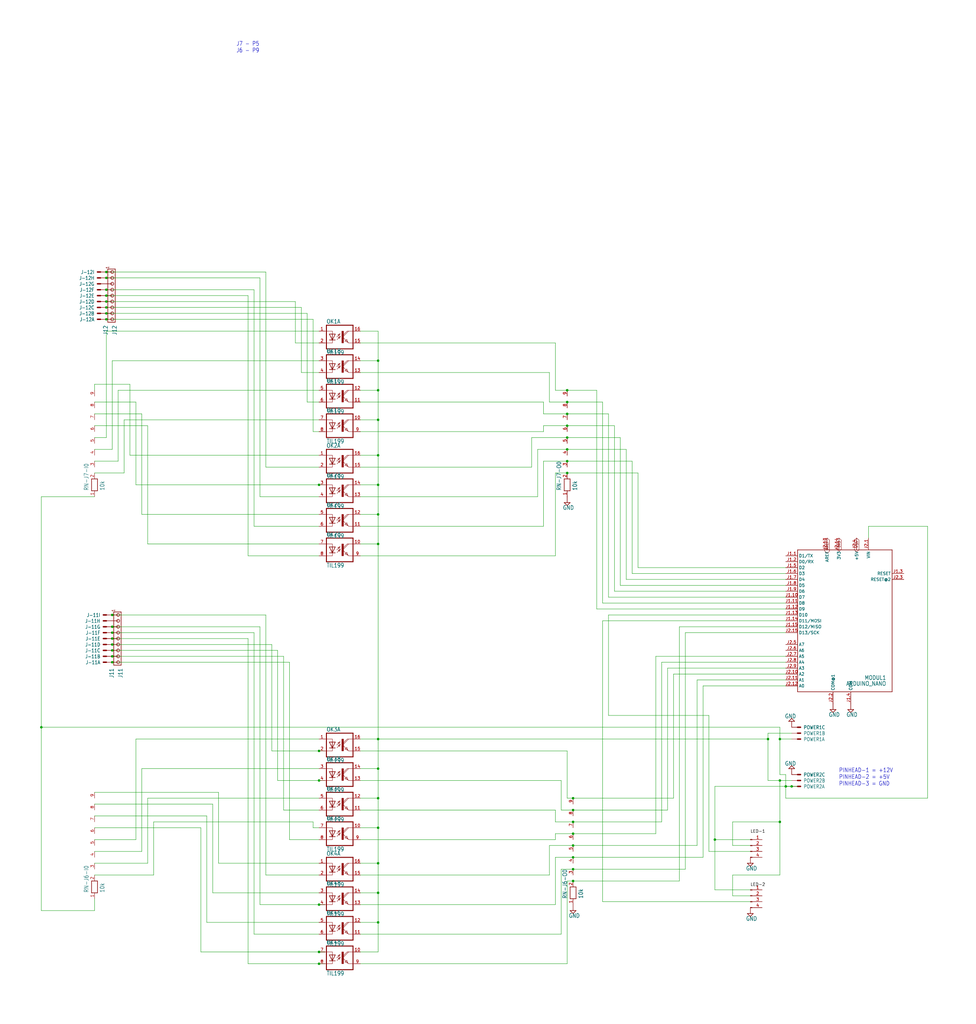
<source format=kicad_sch>
(kicad_sch (version 20231120) (generator "eeschema") (generator_version "8.0")
  (paper "User" 419.633 439.953)
  (lib_symbols
    (symbol "Connector:Conn_01x04_Pin" (pin_names (offset 1.016) hide)
      (property "Reference" "J" (at 0 5.08 0))
      (property "Value" "Conn_01x04_Pin" (at 0 -7.62 0))
      (symbol "Conn_01x04_Pin_1_1"
        (pin passive line (at 5.08 2.54 180) (length 3.81) (name "Pin_1") (number "1"))
        (pin passive line (at 5.08 0 180) (length 3.81) (name "Pin_2") (number "2"))
        (pin passive line (at 5.08 -2.54 180) (length 3.81) (name "Pin_3") (number "3"))
        (pin passive line (at 5.08 -5.08 180) (length 3.81) (name "Pin_4") (number "4"))
      )
    )
    (symbol "Pinduino-Nano-Sys11a-eagle-import:22-23-2031"
      (property "Reference" "X" (at 2.54 -0.762 0))
      (symbol "22-23-2031_1_0"
        (pin passive line (at -2.54 0 0) (length 2.54) (name "S") (number "1"))
      )
      (symbol "22-23-2031_2_0"
        (pin passive line (at -2.54 0 0) (length 2.54) (name "S") (number "2"))
      )
      (symbol "22-23-2031_3_0"
        (pin passive line (at -2.54 0 0) (length 2.54) (name "S") (number "3"))
      )
    )
    (symbol "Pinduino-Nano-Sys11a-eagle-import:ARDUINO_NANO2"
      (property "Reference" "MODUL" (at -17.78 -25.4 0))
      (symbol "ARDUINO_NANO2_1_0"
        (pin bidirectional line (at 25.4 27.94 180) (length 5.08) (name "D1/TX") (number "J1.1"))
        (pin bidirectional line (at 25.4 10.16 180) (length 5.08) (name "D7") (number "J1.10"))
        (pin bidirectional line (at 25.4 7.62 180) (length 5.08) (name "D8") (number "J1.11"))
        (pin bidirectional line (at 25.4 5.08 180) (length 5.08) (name "D9") (number "J1.12"))
        (pin bidirectional line (at 25.4 2.54 180) (length 5.08) (name "D10") (number "J1.13"))
        (pin bidirectional line (at 25.4 0 180) (length 5.08) (name "D11/MOSI") (number "J1.14"))
        (pin bidirectional line (at 25.4 -2.54 180) (length 5.08) (name "D12/MISO") (number "J1.15"))
        (pin bidirectional line (at 25.4 25.4 180) (length 5.08) (name "D0/RX") (number "J1.2"))
        (pin bidirectional line (at -25.4 20.32 0) (length 5.08) (name "RESET") (number "J1.3"))
        (pin power_in line (at -2.54 -35.56 90) (length 5.08) (name "COM") (number "J1.4"))
        (pin bidirectional line (at 25.4 22.86 180) (length 5.08) (name "D2") (number "J1.5"))
        (pin bidirectional line (at 25.4 20.32 180) (length 5.08) (name "D3") (number "J1.6"))
        (pin bidirectional line (at 25.4 17.78 180) (length 5.08) (name "D4") (number "J1.7"))
        (pin bidirectional line (at 25.4 15.24 180) (length 5.08) (name "D5") (number "J1.8"))
        (pin bidirectional line (at 25.4 12.7 180) (length 5.08) (name "D6") (number "J1.9"))
        (pin power_in line (at -10.16 35.56 270) (length 5.08) (name "VIN") (number "J2.1"))
        (pin bidirectional line (at 25.4 -22.86 180) (length 5.08) (name "A2") (number "J2.10"))
        (pin bidirectional line (at 25.4 -25.4 180) (length 5.08) (name "A1") (number "J2.11"))
        (pin bidirectional line (at 25.4 -27.94 180) (length 5.08) (name "A0") (number "J2.12"))
        (pin power_in line (at 7.62 35.56 270) (length 5.08) (name "AREF") (number "J2.13"))
        (pin power_in line (at 2.54 35.56 270) (length 5.08) (name "3V3") (number "J2.14"))
        (pin bidirectional line (at 25.4 -5.08 180) (length 5.08) (name "D13/SCK") (number "J2.15"))
        (pin power_in line (at 5.08 -35.56 90) (length 5.08) (name "COM@1") (number "J2.2"))
        (pin bidirectional line (at -25.4 17.78 0) (length 5.08) (name "RESET@2") (number "J2.3"))
        (pin power_in line (at -5.08 35.56 270) (length 5.08) (name "+5V") (number "J2.4"))
        (pin bidirectional line (at 25.4 -10.16 180) (length 5.08) (name "A7") (number "J2.5"))
        (pin bidirectional line (at 25.4 -12.7 180) (length 5.08) (name "A6") (number "J2.6"))
        (pin bidirectional line (at 25.4 -15.24 180) (length 5.08) (name "A5") (number "J2.7"))
        (pin bidirectional line (at 25.4 -17.78 180) (length 5.08) (name "A4") (number "J2.8"))
        (pin bidirectional line (at 25.4 -20.32 180) (length 5.08) (name "A3") (number "J2.9"))
      )
    )
    (symbol "Pinduino-Nano-Sys11a-eagle-import:GND" (power)
      (symbol "GND_1_0"
        (pin power_in line (at 0 2.54 270) (length 2.54) (name "GND") (number "1"))
      )
    )
    (symbol "Pinduino-Nano-Sys11a-eagle-import:KK-156-9"
      (property "Reference" "X" (at 2.54 -0.762 0))
      (symbol "KK-156-9_1_0"
        (pin passive line (at -2.54 0 0) (length 2.54) (name "S") (number "1"))
      )
      (symbol "KK-156-9_2_0"
        (pin passive line (at -2.54 0 0) (length 2.54) (name "S") (number "2"))
      )
      (symbol "KK-156-9_3_0"
        (pin passive line (at -2.54 0 0) (length 2.54) (name "S") (number "3"))
      )
      (symbol "KK-156-9_4_0"
        (pin passive line (at -2.54 0 0) (length 2.54) (name "S") (number "4"))
      )
      (symbol "KK-156-9_5_0"
        (pin passive line (at -2.54 0 0) (length 2.54) (name "S") (number "5"))
      )
      (symbol "KK-156-9_6_0"
        (pin passive line (at -2.54 0 0) (length 2.54) (name "S") (number "6"))
      )
      (symbol "KK-156-9_7_0"
        (pin passive line (at -2.54 0 0) (length 2.54) (name "S") (number "7"))
      )
      (symbol "KK-156-9_8_0"
        (pin passive line (at -2.54 0 0) (length 2.54) (name "S") (number "8"))
      )
      (symbol "KK-156-9_9_0"
        (pin passive line (at -2.54 0 0) (length 2.54) (name "S") (number "9"))
      )
    )
    (symbol "Pinduino-Nano-Sys11a-eagle-import:MTA09-156"
      (property "Reference" "J" (at 22.86 0 0))
      (symbol "MTA09-156_1_0"
        (text "1" (at -2.54 -1.27 0) (effects (font (size 1.27 1.0795)) (justify left bottom)))
        (pin passive line (at 0 -2.54 90) (length 2.54) (name "1") (number "1"))
        (pin passive line (at 2.54 -2.54 90) (length 2.54) (name "2") (number "2"))
        (pin passive line (at 5.08 -2.54 90) (length 2.54) (name "3") (number "3"))
        (pin passive line (at 7.62 -2.54 90) (length 2.54) (name "4") (number "4"))
        (pin passive line (at 10.16 -2.54 90) (length 2.54) (name "5") (number "5"))
        (pin passive line (at 12.7 -2.54 90) (length 2.54) (name "6") (number "6"))
        (pin passive line (at 15.24 -2.54 90) (length 2.54) (name "7") (number "7"))
        (pin passive line (at 17.78 -2.54 90) (length 2.54) (name "8") (number "8"))
        (pin passive line (at 20.32 -2.54 90) (length 2.54) (name "9") (number "9"))
      )
    )
    (symbol "Pinduino-Nano-Sys11a-eagle-import:RN08"
      (property "Reference" "RN" (at -2.54 2.54 0))
      (symbol "RN08_1_0"
        (pin passive line (at -5.08 0 0) (length 2.54) (name "1") (number "1"))
        (pin passive line (at 5.08 0 180) (length 2.54) (name "2") (number "2"))
        (pin passive line (at 10.16 0 180) (length 2.54) (name "3") (number "3"))
        (pin passive line (at 15.24 0 180) (length 2.54) (name "4") (number "4"))
        (pin passive line (at 20.32 0 180) (length 2.54) (name "5") (number "5"))
        (pin passive line (at 25.4 0 180) (length 2.54) (name "6") (number "6"))
        (pin passive line (at 30.48 0 180) (length 2.54) (name "7") (number "7"))
        (pin passive line (at 35.56 0 180) (length 2.54) (name "8") (number "8"))
        (pin passive line (at 40.64 0 180) (length 2.54) (name "9") (number "9"))
      )
    )
    (symbol "Pinduino-Nano-Sys11a-eagle-import:TIL199"
      (property "Reference" "OK" (at -6.985 5.715 0))
      (symbol "TIL199_1_0"
        (pin passive line (at -10.16 2.54 0) (length 2.54) (name "A") (number "1"))
        (pin passive line (at 7.62 -2.54 180) (length 2.54) (name "EMI") (number "15"))
        (pin passive line (at 7.62 2.54 180) (length 2.54) (name "COL") (number "16"))
        (pin passive line (at -10.16 -2.54 0) (length 2.54) (name "C") (number "2"))
      )
      (symbol "TIL199_2_0"
        (pin passive line (at 7.62 -2.54 180) (length 2.54) (name "EMI") (number "13"))
        (pin passive line (at 7.62 2.54 180) (length 2.54) (name "COL") (number "14"))
        (pin passive line (at -10.16 2.54 0) (length 2.54) (name "A") (number "3"))
        (pin passive line (at -10.16 -2.54 0) (length 2.54) (name "C") (number "4"))
      )
      (symbol "TIL199_3_0"
        (pin passive line (at 7.62 -2.54 180) (length 2.54) (name "EMI") (number "11"))
        (pin passive line (at 7.62 2.54 180) (length 2.54) (name "COL") (number "12"))
        (pin passive line (at -10.16 2.54 0) (length 2.54) (name "A") (number "5"))
        (pin passive line (at -10.16 -2.54 0) (length 2.54) (name "C") (number "6"))
      )
      (symbol "TIL199_4_0"
        (pin passive line (at 7.62 2.54 180) (length 2.54) (name "COL") (number "10"))
        (pin passive line (at -10.16 2.54 0) (length 2.54) (name "A") (number "7"))
        (pin passive line (at -10.16 -2.54 0) (length 2.54) (name "C") (number "8"))
        (pin passive line (at 7.62 -2.54 180) (length 2.54) (name "EMI") (number "9"))
      )
    )
  )
  (junction (at 243.84 198.12))
  (junction (at 243.84 167.64))
  (junction (at 162.56 330.2))
  (junction (at 162.56 195.58))
  (junction (at 162.56 180.34))
  (junction (at 137.16 414.02))
  (junction (at 162.56 317.5))
  (junction (at 48.26 281.94))
  (junction (at 162.56 167.64))
  (junction (at 45.72 116.84))
  (junction (at 45.72 119.38))
  (junction (at 45.72 124.46))
  (junction (at 162.56 355.6))
  (junction (at 162.56 383.54))
  (junction (at 162.56 342.9))
  (junction (at 48.26 269.24))
  (junction (at 335.28 317.5))
  (junction (at 335.28 335.28))
  (junction (at 137.16 208.28))
  (junction (at 243.84 193.04))
  (junction (at 45.72 129.54))
  (junction (at 48.26 274.32))
  (junction (at 137.16 388.62))
  (junction (at 162.56 370.84))
  (junction (at 246.38 347.98))
  (junction (at 162.56 220.98))
  (junction (at 162.56 154.94))
  (junction (at 246.38 373.38))
  (junction (at 243.84 187.96))
  (junction (at 48.26 276.86))
  (junction (at 162.56 233.68))
  (junction (at 48.26 279.4))
  (junction (at 45.72 132.08))
  (junction (at 137.16 322.58))
  (junction (at 243.84 182.88))
  (junction (at 307.34 360.68))
  (junction (at 246.38 358.14))
  (junction (at 45.72 134.62))
  (junction (at 45.72 137.16))
  (junction (at 246.38 378.46))
  (junction (at 162.56 396.24))
  (junction (at 243.84 203.2))
  (junction (at 337.82 337.82))
  (junction (at 45.72 127))
  (junction (at 243.84 177.8))
  (junction (at 246.38 342.9))
  (junction (at 246.38 368.3))
  (junction (at 340.36 337.82))
  (junction (at 48.26 264.16))
  (junction (at 330.2 317.5))
  (junction (at 335.28 353.06))
  (junction (at 48.26 271.78))
  (junction (at 48.26 284.48))
  (junction (at 246.38 363.22))
  (junction (at 137.16 408.94))
  (junction (at 162.56 208.28))
  (junction (at 246.38 353.06))
  (junction (at 137.16 335.28))
  (junction (at 17.78 312.42))
  (junction (at 243.84 172.72))
  (wire (pts (xy 45.72 187.96) (xy 40.64 187.96)) (stroke (width 0.1524)))
  (wire (pts (xy 53.34 180.34) (xy 53.34 203.2)) (stroke (width 0.1524)))
  (wire (pts (xy 134.62 137.16) (xy 134.62 185.42)) (stroke (width 0.1524)))
  (wire (pts (xy 127 147.32) (xy 127 129.54)) (stroke (width 0.1524)))
  (wire (pts (xy 302.26 368.3) (xy 302.26 294.64)) (stroke (width 0.1524)))
  (wire (pts (xy 238.76 167.64) (xy 243.84 167.64)) (stroke (width 0.1524)))
  (wire (pts (xy 129.54 160.02) (xy 137.16 160.02)) (stroke (width 0.1524)))
  (wire (pts (xy 91.44 345.44) (xy 40.64 345.44)) (stroke (width 0.1524)))
  (wire (pts (xy 154.94 396.24) (xy 162.56 396.24)) (stroke (width 0.1524)))
  (wire (pts (xy 137.16 147.32) (xy 127 147.32)) (stroke (width 0.1524)))
  (wire (pts (xy 134.62 185.42) (xy 137.16 185.42)) (stroke (width 0.1524)))
  (wire (pts (xy 50.8 198.12) (xy 40.64 198.12)) (stroke (width 0.1524)))
  (wire (pts (xy 63.5 370.84) (xy 63.5 342.9)) (stroke (width 0.1524)))
  (wire (pts (xy 337.82 337.82) (xy 337.82 342.9)) (stroke (width 0.1524)))
  (wire (pts (xy 40.64 165.1) (xy 40.64 167.64)) (stroke (width 0.1524)))
  (wire (pts (xy 132.08 172.72) (xy 137.16 172.72)) (stroke (width 0.1524)))
  (wire (pts (xy 256.54 167.64) (xy 243.84 167.64)) (stroke (width 0.1524)))
  (wire (pts (xy 154.94 383.54) (xy 162.56 383.54)) (stroke (width 0.1524)))
  (wire (pts (xy 162.56 180.34) (xy 162.56 195.58)) (stroke (width 0.1524)))
  (wire (pts (xy 243.84 322.58) (xy 243.84 342.9)) (stroke (width 0.1524)))
  (wire (pts (xy 335.28 375.92) (xy 335.28 353.06)) (stroke (width 0.1524)))
  (wire (pts (xy 40.64 391.16) (xy 40.64 386.08)) (stroke (width 0.1524)))
  (wire (pts (xy 243.84 342.9) (xy 246.38 342.9)) (stroke (width 0.1524)))
  (wire (pts (xy 264.16 254) (xy 337.82 254)) (stroke (width 0.1524)))
  (wire (pts (xy 111.76 388.62) (xy 137.16 388.62)) (stroke (width 0.1524)))
  (wire (pts (xy 132.08 134.62) (xy 45.72 134.62)) (stroke (width 0.1524)))
  (wire (pts (xy 398.78 342.9) (xy 398.78 226.06)) (stroke (width 0.1524)))
  (wire (pts (xy 292.1 378.46) (xy 292.1 269.24)) (stroke (width 0.1524)))
  (wire (pts (xy 66.04 353.06) (xy 134.62 353.06)) (stroke (width 0.1524)))
  (wire (pts (xy 287.02 347.98) (xy 246.38 347.98)) (stroke (width 0.1524)))
  (wire (pts (xy 238.76 203.2) (xy 243.84 203.2)) (stroke (width 0.1524)))
  (wire (pts (xy 154.94 347.98) (xy 238.76 347.98)) (stroke (width 0.1524)))
  (wire (pts (xy 114.3 200.66) (xy 137.16 200.66)) (stroke (width 0.1524)))
  (wire (pts (xy 154.94 226.06) (xy 233.68 226.06)) (stroke (width 0.1524)))
  (wire (pts (xy 137.16 370.84) (xy 93.98 370.84)) (stroke (width 0.1524)))
  (wire (pts (xy 330.2 317.5) (xy 330.2 314.96)) (stroke (width 0.1524)))
  (wire (pts (xy 335.28 335.28) (xy 340.36 335.28)) (stroke (width 0.1524)))
  (wire (pts (xy 106.68 414.02) (xy 106.68 274.32)) (stroke (width 0.1524)))
  (wire (pts (xy 162.56 383.54) (xy 162.56 370.84)) (stroke (width 0.1524)))
  (wire (pts (xy 162.56 408.94) (xy 162.56 396.24)) (stroke (width 0.1524)))
  (wire (pts (xy 63.5 233.68) (xy 63.5 182.88)) (stroke (width 0.1524)))
  (wire (pts (xy 162.56 330.2) (xy 162.56 317.5)) (stroke (width 0.1524)))
  (wire (pts (xy 48.26 284.48) (xy 124.46 284.48)) (stroke (width 0.1524)))
  (wire (pts (xy 261.62 264.16) (xy 337.82 264.16)) (stroke (width 0.1524)))
  (wire (pts (xy 154.94 388.62) (xy 238.76 388.62)) (stroke (width 0.1524)))
  (wire (pts (xy 119.38 335.28) (xy 119.38 279.4)) (stroke (width 0.1524)))
  (wire (pts (xy 373.38 231.14) (xy 373.38 226.06)) (stroke (width 0.1524)))
  (wire (pts (xy 335.28 312.42) (xy 17.78 312.42)) (stroke (width 0.1524)))
  (wire (pts (xy 162.56 317.5) (xy 330.2 317.5)) (stroke (width 0.1524)))
  (wire (pts (xy 154.94 335.28) (xy 241.3 335.28)) (stroke (width 0.1524)))
  (wire (pts (xy 269.24 193.04) (xy 243.84 193.04)) (stroke (width 0.1524)))
  (wire (pts (xy 114.3 264.16) (xy 114.3 375.92)) (stroke (width 0.1524)))
  (wire (pts (xy 134.62 355.6) (xy 137.16 355.6)) (stroke (width 0.1524)))
  (wire (pts (xy 238.76 368.3) (xy 246.38 368.3)) (stroke (width 0.1524)))
  (wire (pts (xy 91.44 383.54) (xy 137.16 383.54)) (stroke (width 0.1524)))
  (wire (pts (xy 154.94 408.94) (xy 162.56 408.94)) (stroke (width 0.1524)))
  (wire (pts (xy 259.08 172.72) (xy 243.84 172.72)) (stroke (width 0.1524)))
  (wire (pts (xy 314.96 353.06) (xy 314.96 363.22)) (stroke (width 0.1524)))
  (wire (pts (xy 281.94 358.14) (xy 246.38 358.14)) (stroke (width 0.1524)))
  (wire (pts (xy 116.84 322.58) (xy 116.84 276.86)) (stroke (width 0.1524)))
  (wire (pts (xy 154.94 370.84) (xy 162.56 370.84)) (stroke (width 0.1524)))
  (wire (pts (xy 264.16 254) (xy 264.16 182.88)) (stroke (width 0.1524)))
  (wire (pts (xy 154.94 200.66) (xy 228.6 200.66)) (stroke (width 0.1524)))
  (wire (pts (xy 111.76 119.38) (xy 111.76 213.36)) (stroke (width 0.1524)))
  (wire (pts (xy 340.36 337.82) (xy 342.9 337.82)))
  (wire (pts (xy 243.84 203.2) (xy 274.32 203.2)) (stroke (width 0.1524)))
  (wire (pts (xy 259.08 266.7) (xy 337.82 266.7)) (stroke (width 0.1524)))
  (wire (pts (xy 274.32 203.2) (xy 274.32 243.84)) (stroke (width 0.1524)))
  (wire (pts (xy 238.76 147.32) (xy 238.76 167.64)) (stroke (width 0.1524)))
  (wire (pts (xy 58.42 360.68) (xy 58.42 317.5)) (stroke (width 0.1524)))
  (wire (pts (xy 398.78 226.06) (xy 373.38 226.06)) (stroke (width 0.1524)))
  (wire (pts (xy 154.94 414.02) (xy 243.84 414.02)) (stroke (width 0.1524)))
  (wire (pts (xy 48.26 154.94) (xy 137.16 154.94)) (stroke (width 0.1524)))
  (wire (pts (xy 48.26 279.4) (xy 119.38 279.4)) (stroke (width 0.1524)))
  (wire (pts (xy 289.56 342.9) (xy 289.56 289.56)) (stroke (width 0.1524)))
  (wire (pts (xy 264.16 182.88) (xy 243.84 182.88)) (stroke (width 0.1524)))
  (wire (pts (xy 335.28 317.5) (xy 335.28 312.42)) (stroke (width 0.1524)))
  (wire (pts (xy 55.88 195.58) (xy 55.88 165.1)) (stroke (width 0.1524)))
  (wire (pts (xy 48.26 271.78) (xy 109.22 271.78)) (stroke (width 0.1524)))
  (wire (pts (xy 335.28 335.28) (xy 330.2 335.28)) (stroke (width 0.1524)))
  (wire (pts (xy 106.68 127) (xy 106.68 238.76)) (stroke (width 0.1524)))
  (wire (pts (xy 154.94 185.42) (xy 233.68 185.42)) (stroke (width 0.1524)))
  (wire (pts (xy 266.7 187.96) (xy 266.7 251.46)) (stroke (width 0.1524)))
  (wire (pts (xy 228.6 187.96) (xy 243.84 187.96)) (stroke (width 0.1524)))
  (wire (pts (xy 162.56 355.6) (xy 162.56 342.9)) (stroke (width 0.1524)))
  (wire (pts (xy 93.98 370.84) (xy 93.98 340.36)) (stroke (width 0.1524)))
  (wire (pts (xy 256.54 261.62) (xy 256.54 167.64)) (stroke (width 0.1524)))
  (wire (pts (xy 307.34 360.68) (xy 322.58 360.68)))
  (wire (pts (xy 129.54 132.08) (xy 45.72 132.08)) (stroke (width 0.1524)))
  (wire (pts (xy 335.28 332.74) (xy 335.28 317.5)) (stroke (width 0.1524)))
  (wire (pts (xy 60.96 365.76) (xy 40.64 365.76)) (stroke (width 0.1524)))
  (wire (pts (xy 261.62 307.34) (xy 261.62 264.16)) (stroke (width 0.1524)))
  (wire (pts (xy 129.54 160.02) (xy 129.54 132.08)) (stroke (width 0.1524)))
  (wire (pts (xy 269.24 248.92) (xy 337.82 248.92)) (stroke (width 0.1524)))
  (wire (pts (xy 154.94 360.68) (xy 238.76 360.68)) (stroke (width 0.1524)))
  (wire (pts (xy 238.76 353.06) (xy 246.38 353.06)) (stroke (width 0.1524)))
  (wire (pts (xy 154.94 355.6) (xy 162.56 355.6)) (stroke (width 0.1524)))
  (wire (pts (xy 284.48 284.48) (xy 337.82 284.48)) (stroke (width 0.1524)))
  (wire (pts (xy 45.72 137.16) (xy 134.62 137.16)) (stroke (width 0.1524)))
  (wire (pts (xy 330.2 335.28) (xy 330.2 317.5)) (stroke (width 0.1524)))
  (wire (pts (xy 238.76 347.98) (xy 238.76 353.06)) (stroke (width 0.1524)))
  (wire (pts (xy 162.56 154.94) (xy 162.56 167.64)) (stroke (width 0.1524)))
  (wire (pts (xy 233.68 172.72) (xy 233.68 177.8)) (stroke (width 0.1524)))
  (wire (pts (xy 154.94 160.02) (xy 236.22 160.02)) (stroke (width 0.1524)))
  (wire (pts (xy 162.56 342.9) (xy 162.56 330.2)) (stroke (width 0.1524)))
  (wire (pts (xy 111.76 213.36) (xy 137.16 213.36)) (stroke (width 0.1524)))
  (wire (pts (xy 274.32 243.84) (xy 337.82 243.84)) (stroke (width 0.1524)))
  (wire (pts (xy 246.38 363.22) (xy 299.72 363.22)) (stroke (width 0.1524)))
  (wire (pts (xy 45.72 142.24) (xy 137.16 142.24)) (stroke (width 0.1524)))
  (wire (pts (xy 40.64 213.36) (xy 17.78 213.36)) (stroke (width 0.1524)))
  (wire (pts (xy 45.72 119.38) (xy 111.76 119.38)) (stroke (width 0.1524)))
  (wire (pts (xy 116.84 322.58) (xy 137.16 322.58)) (stroke (width 0.1524)))
  (wire (pts (xy 299.72 292.1) (xy 337.82 292.1)) (stroke (width 0.1524)))
  (wire (pts (xy 137.16 347.98) (xy 121.92 347.98)) (stroke (width 0.1524)))
  (wire (pts (xy 154.94 401.32) (xy 241.3 401.32)) (stroke (width 0.1524)))
  (wire (pts (xy 281.94 358.14) (xy 281.94 281.94)) (stroke (width 0.1524)))
  (wire (pts (xy 238.76 388.62) (xy 238.76 368.3)) (stroke (width 0.1524)))
  (wire (pts (xy 114.3 200.66) (xy 114.3 116.84)) (stroke (width 0.1524)))
  (wire (pts (xy 236.22 375.92) (xy 236.22 363.22)) (stroke (width 0.1524)))
  (wire (pts (xy 233.68 185.42) (xy 233.68 182.88)) (stroke (width 0.1524)))
  (wire (pts (xy 154.94 317.5) (xy 162.56 317.5)) (stroke (width 0.1524)))
  (wire (pts (xy 154.94 330.2) (xy 162.56 330.2)) (stroke (width 0.1524)))
  (wire (pts (xy 48.26 193.04) (xy 40.64 193.04)) (stroke (width 0.1524)))
  (wire (pts (xy 238.76 358.14) (xy 246.38 358.14)) (stroke (width 0.1524)))
  (wire (pts (xy 88.9 396.24) (xy 137.16 396.24)) (stroke (width 0.1524)))
  (wire (pts (xy 134.62 353.06) (xy 134.62 355.6)) (stroke (width 0.1524)))
  (wire (pts (xy 109.22 226.06) (xy 137.16 226.06)) (stroke (width 0.1524)))
  (wire (pts (xy 50.8 167.64) (xy 137.16 167.64)) (stroke (width 0.1524)))
  (wire (pts (xy 269.24 248.92) (xy 269.24 193.04)) (stroke (width 0.1524)))
  (wire (pts (xy 246.38 378.46) (xy 292.1 378.46)) (stroke (width 0.1524)))
  (wire (pts (xy 66.04 375.92) (xy 66.04 353.06)) (stroke (width 0.1524)))
  (wire (pts (xy 48.26 274.32) (xy 106.68 274.32)) (stroke (width 0.1524)))
  (wire (pts (xy 241.3 335.28) (xy 241.3 347.98)) (stroke (width 0.1524)))
  (wire (pts (xy 259.08 259.08) (xy 337.82 259.08)) (stroke (width 0.1524)))
  (wire (pts (xy 154.94 195.58) (xy 162.56 195.58)) (stroke (width 0.1524)))
  (wire (pts (xy 337.82 256.54) (xy 261.62 256.54)) (stroke (width 0.1524)))
  (wire (pts (xy 243.84 414.02) (xy 243.84 378.46)) (stroke (width 0.1524)))
  (wire (pts (xy 337.82 332.74) (xy 337.82 337.82)) (stroke (width 0.1524)))
  (wire (pts (xy 55.88 195.58) (xy 137.16 195.58)) (stroke (width 0.1524)))
  (wire (pts (xy 236.22 363.22) (xy 246.38 363.22)) (stroke (width 0.1524)))
  (wire (pts (xy 119.38 335.28) (xy 137.16 335.28)) (stroke (width 0.1524)))
  (wire (pts (xy 233.68 182.88) (xy 243.84 182.88)) (stroke (width 0.1524)))
  (wire (pts (xy 17.78 391.16) (xy 40.64 391.16)) (stroke (width 0.1524)))
  (wire (pts (xy 162.56 167.64) (xy 162.56 180.34)) (stroke (width 0.1524)))
  (wire (pts (xy 137.16 233.68) (xy 63.5 233.68)) (stroke (width 0.1524)))
  (wire (pts (xy 259.08 259.08) (xy 259.08 172.72)) (stroke (width 0.1524)))
  (wire (pts (xy 162.56 220.98) (xy 154.94 220.98)) (stroke (width 0.1524)))
  (wire (pts (xy 162.56 220.98) (xy 162.56 233.68)) (stroke (width 0.1524)))
  (wire (pts (xy 53.34 180.34) (xy 137.16 180.34)) (stroke (width 0.1524)))
  (wire (pts (xy 289.56 289.56) (xy 337.82 289.56)) (stroke (width 0.1524)))
  (wire (pts (xy 335.28 353.06) (xy 335.28 335.28)) (stroke (width 0.1524)))
  (wire (pts (xy 243.84 378.46) (xy 246.38 378.46)) (stroke (width 0.1524)))
  (wire (pts (xy 314.96 375.92) (xy 314.96 384.81)) (stroke (width 0.1524)))
  (wire (pts (xy 243.84 187.96) (xy 266.7 187.96)) (stroke (width 0.1524)))
  (wire (pts (xy 137.16 335.28) (xy 139.7 335.28)) (stroke (width 0.1524)))
  (wire (pts (xy 284.48 353.06) (xy 284.48 284.48)) (stroke (width 0.1524)))
  (wire (pts (xy 17.78 312.42) (xy 17.78 391.16)) (stroke (width 0.1524)))
  (wire (pts (xy 340.36 317.5) (xy 335.28 317.5)) (stroke (width 0.1524)))
  (wire (pts (xy 154.94 342.9) (xy 162.56 342.9)) (stroke (width 0.1524)))
  (wire (pts (xy 124.46 360.68) (xy 124.46 284.48)) (stroke (width 0.1524)))
  (wire (pts (xy 304.8 365.76) (xy 322.58 365.76)) (stroke (width 0.1524)))
  (wire (pts (xy 233.68 198.12) (xy 243.84 198.12)) (stroke (width 0.1524)))
  (wire (pts (xy 60.96 365.76) (xy 60.96 330.2)) (stroke (width 0.1524)))
  (wire (pts (xy 93.98 340.36) (xy 40.64 340.36)) (stroke (width 0.1524)))
  (wire (pts (xy 307.34 337.82) (xy 307.34 360.68)))
  (wire (pts (xy 45.72 142.24) (xy 45.72 187.96)) (stroke (width 0.1524)))
  (wire (pts (xy 162.56 195.58) (xy 162.56 208.28)) (stroke (width 0.1524)))
  (wire (pts (xy 91.44 345.44) (xy 91.44 383.54)) (stroke (width 0.1524)))
  (wire (pts (xy 58.42 317.5) (xy 137.16 317.5)) (stroke (width 0.1524)))
  (wire (pts (xy 335.28 332.74) (xy 337.82 332.74)) (stroke (width 0.1524)))
  (wire (pts (xy 287.02 347.98) (xy 287.02 287.02)) (stroke (width 0.1524)))
  (wire (pts (xy 109.22 124.46) (xy 109.22 226.06)) (stroke (width 0.1524)))
  (wire (pts (xy 17.78 213.36) (xy 17.78 312.42)) (stroke (width 0.1524)))
  (wire (pts (xy 109.22 401.32) (xy 109.22 271.78)) (stroke (width 0.1524)))
  (wire (pts (xy 241.3 401.32) (xy 241.3 373.38)) (stroke (width 0.1524)))
  (wire (pts (xy 154.94 238.76) (xy 238.76 238.76)) (stroke (width 0.1524)))
  (wire (pts (xy 261.62 177.8) (xy 243.84 177.8)) (stroke (width 0.1524)))
  (wire (pts (xy 281.94 281.94) (xy 337.82 281.94)) (stroke (width 0.1524)))
  (wire (pts (xy 127 129.54) (xy 45.72 129.54)) (stroke (width 0.1524)))
  (wire (pts (xy 48.26 281.94) (xy 121.92 281.94)) (stroke (width 0.1524)))
  (wire (pts (xy 154.94 375.92) (xy 236.22 375.92)) (stroke (width 0.1524)))
  (wire (pts (xy 231.14 193.04) (xy 243.84 193.04)) (stroke (width 0.1524)))
  (wire (pts (xy 231.14 213.36) (xy 231.14 193.04)) (stroke (width 0.1524)))
  (wire (pts (xy 228.6 200.66) (xy 228.6 187.96)) (stroke (width 0.1524)))
  (wire (pts (xy 53.34 203.2) (xy 40.64 203.2)) (stroke (width 0.1524)))
  (wire (pts (xy 233.68 226.06) (xy 233.68 198.12)) (stroke (width 0.1524)))
  (wire (pts (xy 304.8 307.34) (xy 261.62 307.34)) (stroke (width 0.1524)))
  (wire (pts (xy 58.42 172.72) (xy 40.64 172.72)) (stroke (width 0.1524)))
  (wire (pts (xy 114.3 116.84) (xy 45.72 116.84)) (stroke (width 0.1524)))
  (wire (pts (xy 337.82 261.62) (xy 256.54 261.62)) (stroke (width 0.1524)))
  (wire (pts (xy 86.36 355.6) (xy 86.36 408.94)) (stroke (width 0.1524)))
  (wire (pts (xy 48.26 154.94) (xy 48.26 193.04)) (stroke (width 0.1524)))
  (wire (pts (xy 246.38 373.38) (xy 294.64 373.38)) (stroke (width 0.1524)))
  (wire (pts (xy 314.96 363.22) (xy 322.58 363.22)) (stroke (width 0.1524)))
  (wire (pts (xy 241.3 347.98) (xy 246.38 347.98)) (stroke (width 0.1524)))
  (wire (pts (xy 261.62 256.54) (xy 261.62 177.8)) (stroke (width 0.1524)))
  (wire (pts (xy 294.64 271.78) (xy 337.82 271.78)) (stroke (width 0.1524)))
  (wire (pts (xy 337.82 337.82) (xy 340.36 337.82)) (stroke (width 0.1524)))
  (wire (pts (xy 299.72 363.22) (xy 299.72 292.1)) (stroke (width 0.1524)))
  (wire (pts (xy 302.26 294.64) (xy 337.82 294.64)) (stroke (width 0.1524)))
  (wire (pts (xy 63.5 182.88) (xy 40.64 182.88)) (stroke (width 0.1524)))
  (wire (pts (xy 304.8 307.34) (xy 304.8 365.76)) (stroke (width 0.1524)))
  (wire (pts (xy 66.04 375.92) (xy 40.64 375.92)) (stroke (width 0.1524)))
  (wire (pts (xy 289.56 342.9) (xy 246.38 342.9)) (stroke (width 0.1524)))
  (wire (pts (xy 314.96 375.92) (xy 335.28 375.92)) (stroke (width 0.1524)))
  (wire (pts (xy 162.56 370.84) (xy 162.56 355.6)) (stroke (width 0.1524)))
  (wire (pts (xy 132.08 172.72) (xy 132.08 134.62)) (stroke (width 0.1524)))
  (wire (pts (xy 154.94 147.32) (xy 238.76 147.32)) (stroke (width 0.1524)))
  (wire (pts (xy 154.94 172.72) (xy 233.68 172.72)) (stroke (width 0.1524)))
  (wire (pts (xy 48.26 269.24) (xy 111.76 269.24)) (stroke (width 0.1524)))
  (wire (pts (xy 236.22 172.72) (xy 243.84 172.72)) (stroke (width 0.1524)))
  (wire (pts (xy 238.76 238.76) (xy 238.76 203.2)) (stroke (width 0.1524)))
  (wire (pts (xy 114.3 375.92) (xy 137.16 375.92)) (stroke (width 0.1524)))
  (wire (pts (xy 137.16 388.62) (xy 139.7 388.62)) (stroke (width 0.1524)))
  (wire (pts (xy 137.16 360.68) (xy 124.46 360.68)) (stroke (width 0.1524)))
  (wire (pts (xy 314.96 384.81) (xy 322.58 384.81)) (stroke (width 0.1524)))
  (wire (pts (xy 45.72 124.46) (xy 109.22 124.46)) (stroke (width 0.1524)))
  (wire (pts (xy 111.76 388.62) (xy 111.76 269.24)) (stroke (width 0.1524)))
  (wire (pts (xy 294.64 373.38) (xy 294.64 271.78)) (stroke (width 0.1524)))
  (wire (pts (xy 48.26 276.86) (xy 116.84 276.86)) (stroke (width 0.1524)))
  (wire (pts (xy 162.56 167.64) (xy 154.94 167.64)) (stroke (width 0.1524)))
  (wire (pts (xy 86.36 408.94) (xy 137.16 408.94)) (stroke (width 0.1524)))
  (wire (pts (xy 337.82 246.38) (xy 271.78 246.38)) (stroke (width 0.1524)))
  (wire (pts (xy 162.56 142.24) (xy 154.94 142.24)) (stroke (width 0.1524)))
  (wire (pts (xy 154.94 322.58) (xy 243.84 322.58)) (stroke (width 0.1524)))
  (wire (pts (xy 86.36 355.6) (xy 40.64 355.6)) (stroke (width 0.1524)))
  (wire (pts (xy 137.16 414.02) (xy 106.68 414.02)) (stroke (width 0.1524)))
  (wire (pts (xy 337.82 251.46) (xy 266.7 251.46)) (stroke (width 0.1524)))
  (wire (pts (xy 60.96 177.8) (xy 40.64 177.8)) (stroke (width 0.1524)))
  (wire (pts (xy 63.5 342.9) (xy 137.16 342.9)) (stroke (width 0.1524)))
  (wire (pts (xy 58.42 208.28) (xy 58.42 172.72)) (stroke (width 0.1524)))
  (wire (pts (xy 88.9 350.52) (xy 40.64 350.52)) (stroke (width 0.1524)))
  (wire (pts (xy 139.7 414.02) (xy 137.16 414.02)) (stroke (width 0.1524)))
  (wire (pts (xy 307.34 360.68) (xy 307.34 382.27)))
  (wire (pts (xy 137.16 208.28) (xy 58.42 208.28)) (stroke (width 0.1524)))
  (wire (pts (xy 162.56 154.94) (xy 154.94 154.94)) (stroke (width 0.1524)))
  (wire (pts (xy 162.56 208.28) (xy 162.56 220.98)) (stroke (width 0.1524)))
  (wire (pts (xy 60.96 330.2) (xy 137.16 330.2)) (stroke (width 0.1524)))
  (wire (pts (xy 337.82 337.82) (xy 340.36 337.82)))
  (wire (pts (xy 292.1 269.24) (xy 337.82 269.24)) (stroke (width 0.1524)))
  (wire (pts (xy 337.82 342.9) (xy 398.78 342.9)) (stroke (width 0.1524)))
  (wire (pts (xy 322.58 382.27) (xy 307.34 382.27)))
  (wire (pts (xy 162.56 233.68) (xy 154.94 233.68)) (stroke (width 0.1524)))
  (wire (pts (xy 271.78 198.12) (xy 271.78 246.38)) (stroke (width 0.1524)))
  (wire (pts (xy 137.16 220.98) (xy 60.96 220.98)) (stroke (width 0.1524)))
  (wire (pts (xy 287.02 287.02) (xy 337.82 287.02)) (stroke (width 0.1524)))
  (wire (pts (xy 236.22 160.02) (xy 236.22 172.72)) (stroke (width 0.1524)))
  (wire (pts (xy 314.96 353.06) (xy 335.28 353.06)) (stroke (width 0.1524)))
  (wire (pts (xy 88.9 350.52) (xy 88.9 396.24)) (stroke (width 0.1524)))
  (wire (pts (xy 45.72 127) (xy 106.68 127)) (stroke (width 0.1524)))
  (wire (pts (xy 106.68 238.76) (xy 137.16 238.76)) (stroke (width 0.1524)))
  (wire (pts (xy 139.7 208.28) (xy 137.16 208.28)) (stroke (width 0.1524)))
  (wire (pts (xy 60.96 220.98) (xy 60.96 177.8)) (stroke (width 0.1524)))
  (wire (pts (xy 63.5 370.84) (xy 40.64 370.84)) (stroke (width 0.1524)))
  (wire (pts (xy 259.08 266.7) (xy 259.08 387.35)) (stroke (width 0.1524)))
  (wire (pts (xy 50.8 167.64) (xy 50.8 198.12)) (stroke (width 0.1524)))
  (wire (pts (xy 109.22 401.32) (xy 137.16 401.32)) (stroke (width 0.1524)))
  (wire (pts (xy 114.3 264.16) (xy 48.26 264.16)) (stroke (width 0.1524)))
  (wire (pts (xy 162.56 180.34) (xy 154.94 180.34)) (stroke (width 0.1524)))
  (wire (pts (xy 284.48 353.06) (xy 246.38 353.06)) (stroke (width 0.1524)))
  (wire (pts (xy 233.68 177.8) (xy 243.84 177.8)) (stroke (width 0.1524)))
  (wire (pts (xy 330.2 314.96) (xy 340.36 314.96)) (stroke (width 0.1524)))
  (wire (pts (xy 55.88 165.1) (xy 40.64 165.1)) (stroke (width 0.1524)))
  (wire (pts (xy 246.38 368.3) (xy 302.26 368.3)) (stroke (width 0.1524)))
  (wire (pts (xy 162.56 317.5) (xy 162.56 233.68)) (stroke (width 0.1524)))
  (wire (pts (xy 162.56 208.28) (xy 154.94 208.28)) (stroke (width 0.1524)))
  (wire (pts (xy 307.34 337.82) (xy 337.82 337.82)))
  (wire (pts (xy 121.92 347.98) (xy 121.92 281.94)) (stroke (width 0.1524)))
  (wire (pts (xy 154.94 213.36) (xy 231.14 213.36)) (stroke (width 0.1524)))
  (wire (pts (xy 137.16 408.94) (xy 139.7 408.94)) (stroke (width 0.1524)))
  (wire (pts (xy 58.42 360.68) (xy 40.64 360.68)) (stroke (width 0.1524)))
  (wire (pts (xy 243.84 198.12) (xy 271.78 198.12)) (stroke (width 0.1524)))
  (wire (pts (xy 259.08 387.35) (xy 322.58 387.35)) (stroke (width 0.1524)))
  (wire (pts (xy 241.3 373.38) (xy 246.38 373.38)) (stroke (width 0.1524)))
  (wire (pts (xy 162.56 396.24) (xy 162.56 383.54)) (stroke (width 0.1524)))
  (wire (pts (xy 137.16 322.58) (xy 139.7 322.58)) (stroke (width 0.1524)))
  (wire (pts (xy 238.76 360.68) (xy 238.76 358.14)) (stroke (width 0.1524)))
  (wire (pts (xy 162.56 142.24) (xy 162.56 154.94)) (stroke (width 0.1524)))
  (text "J7 - P5\nJ6 - P9" (at 101.6 22.86 0) (effects (font (size 1.778 1.5113)) (justify left bottom)))
  (text "PINHEAD-1 = +12V\nPINHEAD-2 = +5V\nPINHEAD-3 = GND" (at 360.68 337.82 0) (effects (font (size 1.778 1.5113)) (justify left bottom)))
  (label "LED-1" (at 322.58 358.14 0))
  (label "LED-2" (at 322.58 381 0))
  (global_label "+5V" (shape bidirectional) (at 368.3 231.14 270) (effects (font (size 1.016 1.016))) (property "Intersheetrefs" "${INTERSHEET_REFS}" (effects (hide yes))))
  (global_label "AREF" (shape bidirectional) (at 355.6 231.14 270) (effects (font (size 1.016 1.016))) (property "Intersheetrefs" "${INTERSHEET_REFS}" (effects (hide yes))))
  (global_label "3V3" (shape bidirectional) (at 360.68 231.14 270) (effects (font (size 1.016 1.016))) (property "Intersheetrefs" "${INTERSHEET_REFS}" (effects (hide yes))))
  (symbol (lib_id "Pinduino-Nano-Sys11a-eagle-import:22-23-2031") (at 342.9 332.74 0) (mirror x) (unit 3)
    (property "Reference" "POWER2" (at 345.44 331.978 0) (effects (font (size 1.524 1.2954)) (justify left bottom)))
    (property "Value" "22-23-2031" (effects (hide yes)))
    (property "Footprint" "Pinduino-Nano-Sys11a:22-23-2031" (effects (hide yes)))
  )
  (symbol (lib_id "Pinduino-Nano-Sys11a-eagle-import:KK-156-9") (at 43.18 129.54 180) (unit 4)
    (property "Reference" "J-12" (at 40.64 128.778 0) (effects (font (size 1.524 1.2954)) (justify left bottom)))
    (property "Value" "J 12" (effects (hide yes)))
    (property "Footprint" "Pinduino-Nano-Sys11a:KK-156-9" (effects (hide yes)))
  )
  (symbol (lib_id "Pinduino-Nano-Sys11a-eagle-import:GND") (at 340.36 309.88 180) (unit 1)
    (property "Reference" "#SUPPLY011" (effects (hide yes)))
    (property "Value" "GND" (at 342.265 306.705 0) (effects (font (size 1.778 1.5113)) (justify left bottom)))
  )
  (symbol (lib_id "Pinduino-Nano-Sys11a-eagle-import:KK-156-9") (at 45.72 284.48 180) (unit 1)
    (property "Reference" "J-11" (at 43.18 283.718 0) (effects (font (size 1.524 1.2954)) (justify left bottom)))
    (property "Value" "J 11" (effects (hide yes)))
    (property "Footprint" "Pinduino-Nano-Sys11a:KK-156-9" (effects (hide yes)))
  )
  (symbol (lib_id "Pinduino-Nano-Sys11a-eagle-import:TIL199") (at 147.32 398.78 0) (unit 3)
    (property "Reference" "OK4" (at 140.335 393.065 0) (effects (font (size 1.778 1.5113)) (justify left bottom)))
    (property "Value" "TIL199" (at 140.335 406.4 0) (effects (font (size 1.778 1.5113)) (justify left bottom)))
    (property "Footprint" "Pinduino-Nano-Sys11a:DIL16" (effects (hide yes)))
  )
  (symbol (lib_id "Pinduino-Nano-Sys11a-eagle-import:KK-156-9") (at 45.72 274.32 180) (unit 5)
    (property "Reference" "J-11" (at 43.18 273.558 0) (effects (font (size 1.524 1.2954)) (justify left bottom)))
    (property "Value" "J 11" (effects (hide yes)))
    (property "Footprint" "Pinduino-Nano-Sys11a:KK-156-9" (effects (hide yes)))
  )
  (symbol (lib_id "Pinduino-Nano-Sys11a-eagle-import:TIL199") (at 147.32 236.22 0) (unit 4)
    (property "Reference" "OK2" (at 140.335 230.505 0) (effects (font (size 1.778 1.5113)) (justify left bottom)))
    (property "Value" "TIL199" (at 140.335 243.84 0) (effects (font (size 1.778 1.5113)) (justify left bottom)))
    (property "Footprint" "Pinduino-Nano-Sys11a:DIL16" (effects (hide yes)))
  )
  (symbol (lib_id "Pinduino-Nano-Sys11a-eagle-import:22-23-2031") (at 342.9 312.42 0) (mirror x) (unit 3)
    (property "Reference" "POWER1" (at 345.44 311.658 0) (effects (font (size 1.524 1.2954)) (justify left bottom)))
    (property "Value" "22-23-2031" (effects (hide yes)))
    (property "Footprint" "Pinduino-Nano-Sys11a:22-23-2031" (effects (hide yes)))
  )
  (symbol (lib_id "Pinduino-Nano-Sys11a-eagle-import:TIL199") (at 147.32 332.74 0) (unit 2)
    (property "Reference" "OK3" (at 140.335 327.025 0) (effects (font (size 1.778 1.5113)) (justify left bottom)))
    (property "Value" "TIL199" (at 140.335 340.36 0) (effects (font (size 1.778 1.5113)) (justify left bottom)))
    (property "Footprint" "Pinduino-Nano-Sys11a:DIL16" (effects (hide yes)))
  )
  (symbol (lib_id "Pinduino-Nano-Sys11a-eagle-import:TIL199") (at 147.32 358.14 0) (unit 4)
    (property "Reference" "OK3" (at 140.335 352.425 0) (effects (font (size 1.778 1.5113)) (justify left bottom)))
    (property "Value" "TIL199" (at 140.335 365.76 0) (effects (font (size 1.778 1.5113)) (justify left bottom)))
    (property "Footprint" "Pinduino-Nano-Sys11a:DIL16" (effects (hide yes)))
  )
  (symbol (lib_id "Pinduino-Nano-Sys11a-eagle-import:GND") (at 358.14 304.8 0) (unit 1)
    (property "Reference" "#SUPPLY02" (effects (hide yes)))
    (property "Value" "GND" (at 356.235 307.975 0) (effects (font (size 1.778 1.5113)) (justify left bottom)))
  )
  (symbol (lib_id "Pinduino-Nano-Sys11a-eagle-import:KK-156-9") (at 45.72 266.7 180) (unit 8)
    (property "Reference" "J-11" (at 43.18 265.938 0) (effects (font (size 1.524 1.2954)) (justify left bottom)))
    (property "Value" "J 11" (effects (hide yes)))
    (property "Footprint" "Pinduino-Nano-Sys11a:KK-156-9" (effects (hide yes)))
  )
  (symbol (lib_id "Pinduino-Nano-Sys11a-eagle-import:MTA09-156") (at 50.8 264.16 270) (unit 1)
    (property "Reference" "J11" (at 50.8 287.02 0) (effects (font (size 1.778 1.5113)) (justify left bottom)))
    (property "Value" "J11" (at 46.99 287.02 0) (effects (font (size 1.778 1.5113)) (justify left bottom)))
    (property "Footprint" "Pinduino-Nano-Sys11a:1X9MTA" (effects (hide yes)))
  )
  (symbol (lib_id "Pinduino-Nano-Sys11a-eagle-import:TIL199") (at 147.32 198.12 0) (unit 1)
    (property "Reference" "OK2" (at 140.335 192.405 0) (effects (font (size 1.778 1.5113)) (justify left bottom)))
    (property "Value" "TIL199" (at 140.335 205.74 0) (effects (font (size 1.778 1.5113)) (justify left bottom)))
    (property "Footprint" "Pinduino-Nano-Sys11a:DIL16" (effects (hide yes)))
  )
  (symbol (lib_id "Pinduino-Nano-Sys11a-eagle-import:TIL199") (at 147.32 373.38 0) (unit 1)
    (property "Reference" "OK4" (at 140.335 367.665 0) (effects (font (size 1.778 1.5113)) (justify left bottom)))
    (property "Value" "TIL199" (at 140.335 381 0) (effects (font (size 1.778 1.5113)) (justify left bottom)))
    (property "Footprint" "Pinduino-Nano-Sys11a:DIL16" (effects (hide yes)))
  )
  (symbol (lib_id "Pinduino-Nano-Sys11a-eagle-import:KK-156-9") (at 45.72 279.4 180) (unit 3)
    (property "Reference" "J-11" (at 43.18 278.638 0) (effects (font (size 1.524 1.2954)) (justify left bottom)))
    (property "Value" "J 11" (effects (hide yes)))
    (property "Footprint" "Pinduino-Nano-Sys11a:KK-156-9" (effects (hide yes)))
  )
  (symbol (lib_id "Pinduino-Nano-Sys11a-eagle-import:GND") (at 243.84 215.9 0) (unit 1)
    (property "Reference" "#SUPPLY01" (effects (hide yes)))
    (property "Value" "GND" (at 241.935 219.075 0) (effects (font (size 1.778 1.5113)) (justify left bottom)))
  )
  (symbol (lib_id "Pinduino-Nano-Sys11a-eagle-import:KK-156-9") (at 43.18 116.84 180) (unit 9)
    (property "Reference" "J-12" (at 40.64 116.078 0) (effects (font (size 1.524 1.2954)) (justify left bottom)))
    (property "Value" "J 12" (effects (hide yes)))
    (property "Footprint" "Pinduino-Nano-Sys11a:KK-156-9" (effects (hide yes)))
  )
  (symbol (lib_id "Pinduino-Nano-Sys11a-eagle-import:RN08") (at 246.38 383.54 90) (unit 1)
    (property "Reference" "RN-J6-O0" (at 243.84 386.08 0) (effects (font (size 1.778 1.5113)) (justify left bottom)))
    (property "Value" "10k" (at 250.698 386.08 0) (effects (font (size 1.778 1.5113)) (justify left bottom)))
    (property "Footprint" "Pinduino-Nano-Sys11a:RN-9" (effects (hide yes)))
  )
  (symbol (lib_id "Pinduino-Nano-Sys11a-eagle-import:KK-156-9") (at 45.72 264.16 180) (unit 9)
    (property "Reference" "J-11" (at 43.18 263.398 0) (effects (font (size 1.524 1.2954)) (justify left bottom)))
    (property "Value" "J 11" (effects (hide yes)))
    (property "Footprint" "Pinduino-Nano-Sys11a:KK-156-9" (effects (hide yes)))
  )
  (symbol (lib_id "Pinduino-Nano-Sys11a-eagle-import:RN08") (at 40.64 381 90) (unit 1)
    (property "Reference" "RN-J6-I0" (at 38.1 383.54 0) (effects (font (size 1.778 1.5113)) (justify left bottom)))
    (property "Value" "10k" (at 44.958 383.54 0) (effects (font (size 1.778 1.5113)) (justify left bottom)))
    (property "Footprint" "Pinduino-Nano-Sys11a:RN-9" (effects (hide yes)))
  )
  (symbol (lib_id "Pinduino-Nano-Sys11a-eagle-import:TIL199") (at 147.32 157.48 0) (unit 2)
    (property "Reference" "OK1" (at 140.335 151.765 0) (effects (font (size 1.778 1.5113)) (justify left bottom)))
    (property "Value" "TIL199" (at 140.335 165.1 0) (effects (font (size 1.778 1.5113)) (justify left bottom)))
    (property "Footprint" "Pinduino-Nano-Sys11a:DIL16" (effects (hide yes)))
  )
  (symbol (lib_id "Pinduino-Nano-Sys11a-eagle-import:TIL199") (at 147.32 170.18 0) (unit 3)
    (property "Reference" "OK1" (at 140.335 164.465 0) (effects (font (size 1.778 1.5113)) (justify left bottom)))
    (property "Value" "TIL199" (at 140.335 177.8 0) (effects (font (size 1.778 1.5113)) (justify left bottom)))
    (property "Footprint" "Pinduino-Nano-Sys11a:DIL16" (effects (hide yes)))
  )
  (symbol (lib_id "Pinduino-Nano-Sys11a-eagle-import:TIL199") (at 147.32 411.48 0) (unit 4)
    (property "Reference" "OK4" (at 140.335 405.765 0) (effects (font (size 1.778 1.5113)) (justify left bottom)))
    (property "Value" "TIL199" (at 140.335 419.1 0) (effects (font (size 1.778 1.5113)) (justify left bottom)))
    (property "Footprint" "Pinduino-Nano-Sys11a:DIL16" (effects (hide yes)))
  )
  (symbol (lib_id "Pinduino-Nano-Sys11a-eagle-import:GND") (at 322.58 392.43 0) (unit 1)
    (property "Reference" "#SUPPLY05" (effects (hide yes)))
    (property "Value" "GND" (at 320.675 395.605 0) (effects (font (size 1.778 1.5113)) (justify left bottom)))
  )
  (symbol (lib_id "Connector:Conn_01x04_Pin") (at 322.58 384.81 0) (unit 1)
    (property "Reference" "J1" (effects (hide yes)))
    (property "Value" "Conn_01x04_Pin" (effects (hide yes)))
    (property "Footprint" "Connector_JST:JST_EH_B4B-EH-A_1x04_P2.50mm_Vertical" (effects (hide yes)))
    (property "Description" "Generic connector, single row, 01x04, script generated" (effects (hide yes)))
  )
  (symbol (lib_id "Pinduino-Nano-Sys11a-eagle-import:KK-156-9") (at 43.18 119.38 180) (unit 8)
    (property "Reference" "J-12" (at 40.64 118.618 0) (effects (font (size 1.524 1.2954)) (justify left bottom)))
    (property "Value" "J 12" (effects (hide yes)))
    (property "Footprint" "Pinduino-Nano-Sys11a:KK-156-9" (effects (hide yes)))
  )
  (symbol (lib_id "Pinduino-Nano-Sys11a-eagle-import:KK-156-9") (at 43.18 134.62 180) (unit 2)
    (property "Reference" "J-12" (at 40.64 133.858 0) (effects (font (size 1.524 1.2954)) (justify left bottom)))
    (property "Value" "J 12" (effects (hide yes)))
    (property "Footprint" "Pinduino-Nano-Sys11a:KK-156-9" (effects (hide yes)))
  )
  (symbol (lib_id "Pinduino-Nano-Sys11a-eagle-import:KK-156-9") (at 43.18 132.08 180) (unit 3)
    (property "Reference" "J-12" (at 40.64 131.318 0) (effects (font (size 1.524 1.2954)) (justify left bottom)))
    (property "Value" "J 12" (effects (hide yes)))
    (property "Footprint" "Pinduino-Nano-Sys11a:KK-156-9" (effects (hide yes)))
  )
  (symbol (lib_id "Pinduino-Nano-Sys11a-eagle-import:ARDUINO_NANO2") (at 363.22 266.7 0) (mirror y) (unit 1)
    (property "Reference" "MODUL1" (at 381 292.1 0) (effects (font (size 1.778 1.5113)) (justify left bottom)))
    (property "Value" "ARDUINO_NANO" (at 381 294.64 0) (effects (font (size 1.778 1.5113)) (justify left bottom)))
    (property "Footprint" "Pinduino-Nano-Sys11a:ARDUINO_NANO2" (effects (hide yes)))
  )
  (symbol (lib_id "Pinduino-Nano-Sys11a-eagle-import:22-23-2031") (at 342.9 337.82 0) (mirror x) (unit 1)
    (property "Reference" "POWER2" (at 345.44 337.058 0) (effects (font (size 1.524 1.2954)) (justify left bottom)))
    (property "Value" "22-23-2031" (effects (hide yes)))
    (property "Footprint" "Pinduino-Nano-Sys11a:22-23-2031" (effects (hide yes)))
  )
  (symbol (lib_id "Pinduino-Nano-Sys11a-eagle-import:TIL199") (at 147.32 182.88 0) (unit 4)
    (property "Reference" "OK1" (at 140.335 177.165 0) (effects (font (size 1.778 1.5113)) (justify left bottom)))
    (property "Value" "TIL199" (at 140.335 190.5 0) (effects (font (size 1.778 1.5113)) (justify left bottom)))
    (property "Footprint" "Pinduino-Nano-Sys11a:DIL16" (effects (hide yes)))
  )
  (symbol (lib_id "Pinduino-Nano-Sys11a-eagle-import:GND") (at 246.38 391.16 0) (unit 1)
    (property "Reference" "#SUPPLY03" (effects (hide yes)))
    (property "Value" "GND" (at 244.475 394.335 0) (effects (font (size 1.778 1.5113)) (justify left bottom)))
  )
  (symbol (lib_id "Pinduino-Nano-Sys11a-eagle-import:RN08") (at 40.64 208.28 90) (unit 1)
    (property "Reference" "RN-J7-I0" (at 38.1 210.82 0) (effects (font (size 1.778 1.5113)) (justify left bottom)))
    (property "Value" "10k" (at 44.958 210.82 0) (effects (font (size 1.778 1.5113)) (justify left bottom)))
    (property "Footprint" "Pinduino-Nano-Sys11a:RN-9" (effects (hide yes)))
  )
  (symbol (lib_id "Pinduino-Nano-Sys11a-eagle-import:TIL199") (at 147.32 386.08 0) (unit 2)
    (property "Reference" "OK4" (at 140.335 380.365 0) (effects (font (size 1.778 1.5113)) (justify left bottom)))
    (property "Value" "TIL199" (at 140.335 393.7 0) (effects (font (size 1.778 1.5113)) (justify left bottom)))
    (property "Footprint" "Pinduino-Nano-Sys11a:DIL16" (effects (hide yes)))
  )
  (symbol (lib_id "Pinduino-Nano-Sys11a-eagle-import:RN08") (at 243.84 208.28 90) (unit 1)
    (property "Reference" "RN-J7-O0" (at 241.3 210.82 0) (effects (font (size 1.778 1.5113)) (justify left bottom)))
    (property "Value" "10k" (at 248.158 210.82 0) (effects (font (size 1.778 1.5113)) (justify left bottom)))
    (property "Footprint" "Pinduino-Nano-Sys11a:RN-9" (effects (hide yes)))
  )
  (symbol (lib_id "Pinduino-Nano-Sys11a-eagle-import:GND") (at 322.58 370.84 0) (unit 1)
    (property "Reference" "#SUPPLY04" (effects (hide yes)))
    (property "Value" "GND" (at 320.675 374.015 0) (effects (font (size 1.778 1.5113)) (justify left bottom)))
  )
  (symbol (lib_id "Connector:Conn_01x04_Pin") (at 322.58 363.22 0) (unit 1)
    (property "Reference" "LED-1" (effects (hide yes)))
    (property "Value" "Conn_01x04_Pin" (effects (hide yes)))
    (property "Footprint" "Connector_JST:JST_EH_B4B-EH-A_1x04_P2.50mm_Vertical" (effects (hide yes)))
    (property "Description" "Generic connector, single row, 01x04, script generated" (effects (hide yes)))
  )
  (symbol (lib_id "Pinduino-Nano-Sys11a-eagle-import:KK-156-9") (at 45.72 271.78 180) (unit 6)
    (property "Reference" "J-11" (at 43.18 271.018 0) (effects (font (size 1.524 1.2954)) (justify left bottom)))
    (property "Value" "J 11" (effects (hide yes)))
    (property "Footprint" "Pinduino-Nano-Sys11a:KK-156-9" (effects (hide yes)))
  )
  (symbol (lib_id "Pinduino-Nano-Sys11a-eagle-import:TIL199") (at 147.32 320.04 0) (unit 1)
    (property "Reference" "OK3" (at 140.335 314.325 0) (effects (font (size 1.778 1.5113)) (justify left bottom)))
    (property "Value" "TIL199" (at 140.335 327.66 0) (effects (font (size 1.778 1.5113)) (justify left bottom)))
    (property "Footprint" "Pinduino-Nano-Sys11a:DIL16" (effects (hide yes)))
  )
  (symbol (lib_id "Pinduino-Nano-Sys11a-eagle-import:22-23-2031") (at 342.9 317.5 0) (mirror x) (unit 1)
    (property "Reference" "POWER1" (at 345.44 316.738 0) (effects (font (size 1.524 1.2954)) (justify left bottom)))
    (property "Value" "22-23-2031" (effects (hide yes)))
    (property "Footprint" "Pinduino-Nano-Sys11a:22-23-2031" (effects (hide yes)))
  )
  (symbol (lib_id "Pinduino-Nano-Sys11a-eagle-import:TIL199") (at 147.32 345.44 0) (unit 3)
    (property "Reference" "OK3" (at 140.335 339.725 0) (effects (font (size 1.778 1.5113)) (justify left bottom)))
    (property "Value" "TIL199" (at 140.335 353.06 0) (effects (font (size 1.778 1.5113)) (justify left bottom)))
    (property "Footprint" "Pinduino-Nano-Sys11a:DIL16" (effects (hide yes)))
  )
  (symbol (lib_id "Pinduino-Nano-Sys11a-eagle-import:22-23-2031") (at 342.9 335.28 0) (mirror x) (unit 2)
    (property "Reference" "POWER2" (at 345.44 334.518 0) (effects (font (size 1.524 1.2954)) (justify left bottom)))
    (property "Value" "22-23-2031" (effects (hide yes)))
    (property "Footprint" "Pinduino-Nano-Sys11a:22-23-2031" (effects (hide yes)))
  )
  (symbol (lib_id "Pinduino-Nano-Sys11a-eagle-import:TIL199") (at 147.32 210.82 0) (unit 2)
    (property "Reference" "OK2" (at 140.335 205.105 0) (effects (font (size 1.778 1.5113)) (justify left bottom)))
    (property "Value" "TIL199" (at 140.335 218.44 0) (effects (font (size 1.778 1.5113)) (justify left bottom)))
    (property "Footprint" "Pinduino-Nano-Sys11a:DIL16" (effects (hide yes)))
  )
  (symbol (lib_id "Pinduino-Nano-Sys11a-eagle-import:TIL199") (at 147.32 144.78 0) (unit 1)
    (property "Reference" "OK1" (at 140.335 139.065 0) (effects (font (size 1.778 1.5113)) (justify left bottom)))
    (property "Value" "TIL199" (at 140.335 152.4 0) (effects (font (size 1.778 1.5113)) (justify left bottom)))
    (property "Footprint" "Pinduino-Nano-Sys11a:DIL16" (effects (hide yes)))
  )
  (symbol (lib_id "Pinduino-Nano-Sys11a-eagle-import:KK-156-9") (at 45.72 269.24 180) (unit 7)
    (property "Reference" "J-11" (at 43.18 268.478 0) (effects (font (size 1.524 1.2954)) (justify left bottom)))
    (property "Value" "J 11" (effects (hide yes)))
    (property "Footprint" "Pinduino-Nano-Sys11a:KK-156-9" (effects (hide yes)))
  )
  (symbol (lib_id "Pinduino-Nano-Sys11a-eagle-import:KK-156-9") (at 43.18 127 180) (unit 5)
    (property "Reference" "J-12" (at 40.64 126.238 0) (effects (font (size 1.524 1.2954)) (justify left bottom)))
    (property "Value" "J 12" (effects (hide yes)))
    (property "Footprint" "Pinduino-Nano-Sys11a:KK-156-9" (effects (hide yes)))
  )
  (symbol (lib_id "Pinduino-Nano-Sys11a-eagle-import:GND") (at 365.76 304.8 0) (unit 1)
    (property "Reference" "#SUPPLY07" (effects (hide yes)))
    (property "Value" "GND" (at 363.855 307.975 0) (effects (font (size 1.778 1.5113)) (justify left bottom)))
  )
  (symbol (lib_id "Pinduino-Nano-Sys11a-eagle-import:KK-156-9") (at 45.72 276.86 180) (unit 4)
    (property "Reference" "J-11" (at 43.18 276.098 0) (effects (font (size 1.524 1.2954)) (justify left bottom)))
    (property "Value" "J 11" (effects (hide yes)))
    (property "Footprint" "Pinduino-Nano-Sys11a:KK-156-9" (effects (hide yes)))
  )
  (symbol (lib_id "Pinduino-Nano-Sys11a-eagle-import:KK-156-9") (at 43.18 121.92 180) (unit 7)
    (property "Reference" "J-12" (at 40.64 121.158 0) (effects (font (size 1.524 1.2954)) (justify left bottom)))
    (property "Value" "J 12" (effects (hide yes)))
    (property "Footprint" "Pinduino-Nano-Sys11a:KK-156-9" (effects (hide yes)))
  )
  (symbol (lib_id "Pinduino-Nano-Sys11a-eagle-import:TIL199") (at 147.32 223.52 0) (unit 3)
    (property "Reference" "OK2" (at 140.335 217.805 0) (effects (font (size 1.778 1.5113)) (justify left bottom)))
    (property "Value" "TIL199" (at 140.335 231.14 0) (effects (font (size 1.778 1.5113)) (justify left bottom)))
    (property "Footprint" "Pinduino-Nano-Sys11a:DIL16" (effects (hide yes)))
  )
  (symbol (lib_id "Pinduino-Nano-Sys11a-eagle-import:KK-156-9") (at 45.72 281.94 180) (unit 2)
    (property "Reference" "J-11" (at 43.18 281.178 0) (effects (font (size 1.524 1.2954)) (justify left bottom)))
    (property "Value" "J 11" (effects (hide yes)))
    (property "Footprint" "Pinduino-Nano-Sys11a:KK-156-9" (effects (hide yes)))
  )
  (symbol (lib_id "Pinduino-Nano-Sys11a-eagle-import:KK-156-9") (at 43.18 137.16 180) (unit 1)
    (property "Reference" "J-12" (at 40.64 136.398 0) (effects (font (size 1.524 1.2954)) (justify left bottom)))
    (property "Value" "J 12" (effects (hide yes)))
    (property "Footprint" "Pinduino-Nano-Sys11a:KK-156-9" (effects (hide yes)))
  )
  (symbol (lib_id "Pinduino-Nano-Sys11a-eagle-import:22-23-2031") (at 342.9 314.96 0) (mirror x) (unit 2)
    (property "Reference" "POWER1" (at 345.44 314.198 0) (effects (font (size 1.524 1.2954)) (justify left bottom)))
    (property "Value" "22-23-2031" (effects (hide yes)))
    (property "Footprint" "Pinduino-Nano-Sys11a:22-23-2031" (effects (hide yes)))
  )
  (symbol (lib_id "Pinduino-Nano-Sys11a-eagle-import:MTA09-156") (at 48.26 116.84 270) (unit 1)
    (property "Reference" "J12" (at 48.26 139.7 0) (effects (font (size 1.778 1.5113)) (justify left bottom)))
    (property "Value" "J12" (at 44.45 139.7 0) (effects (font (size 1.778 1.5113)) (justify left bottom)))
    (property "Footprint" "Pinduino-Nano-Sys11a:1X9MTA" (effects (hide yes)))
  )
  (symbol (lib_id "Pinduino-Nano-Sys11a-eagle-import:GND") (at 340.36 330.2 180) (unit 1)
    (property "Reference" "#SUPPLY06" (effects (hide yes)))
    (property "Value" "GND" (at 342.265 327.025 0) (effects (font (size 1.778 1.5113)) (justify left bottom)))
  )
  (symbol (lib_id "Pinduino-Nano-Sys11a-eagle-import:KK-156-9") (at 43.18 124.46 180) (unit 6)
    (property "Reference" "J-12" (at 40.64 123.698 0) (effects (font (size 1.524 1.2954)) (justify left bottom)))
    (property "Value" "J 12" (effects (hide yes)))
    (property "Footprint" "Pinduino-Nano-Sys11a:KK-156-9" (effects (hide yes)))
  )
)
</source>
